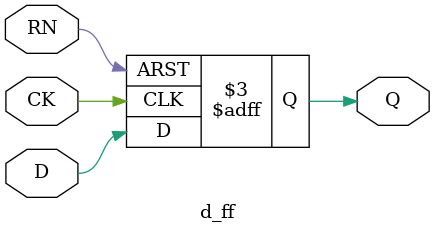
<source format=v>
module d_ff ( D, CK, RN, Q);
 
input D , CK , RN ;
output Q ;
reg Q ;

always @ ( posedge CK or negedge RN )
if ( !RN ) Q <= 0 ;
else Q <= D ;

// CK sinyali yukselen kenardayken veya RN alcalan kenardayken blogtaki kodlarý isle
// CK yukselen kenari sayesinde bloga girdiyse eger if dongusune takýlmadan D neyse cikisa onu aktaracak
// ama RN alcalan kenari sayesinde girdiyse donguye if dongusundeki kod parcasi islenecek ve cikisa sifir
// verilecek.

endmodule
</source>
